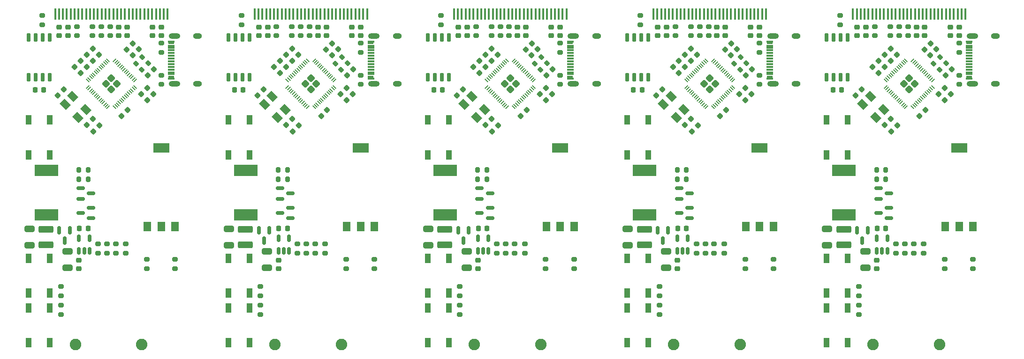
<source format=gtp>
%TF.GenerationSoftware,KiCad,Pcbnew,8.99.0-3110-g1838b2656d*%
%TF.CreationDate,2025-01-19T16:03:57+01:00*%
%TF.ProjectId,panel_1x5,70616e65-6c5f-4317-9835-2e6b69636164,1.2*%
%TF.SameCoordinates,PX2faf080PY29f6300*%
%TF.FileFunction,Paste,Top*%
%TF.FilePolarity,Positive*%
%FSLAX46Y46*%
G04 Gerber Fmt 4.6, Leading zero omitted, Abs format (unit mm)*
G04 Created by KiCad (PCBNEW 8.99.0-3110-g1838b2656d) date 2025-01-19 16:03:57*
%MOMM*%
%LPD*%
G01*
G04 APERTURE LIST*
G04 Aperture macros list*
%AMRoundRect*
0 Rectangle with rounded corners*
0 $1 Rounding radius*
0 $2 $3 $4 $5 $6 $7 $8 $9 X,Y pos of 4 corners*
0 Add a 4 corners polygon primitive as box body*
4,1,4,$2,$3,$4,$5,$6,$7,$8,$9,$2,$3,0*
0 Add four circle primitives for the rounded corners*
1,1,$1+$1,$2,$3*
1,1,$1+$1,$4,$5*
1,1,$1+$1,$6,$7*
1,1,$1+$1,$8,$9*
0 Add four rect primitives between the rounded corners*
20,1,$1+$1,$2,$3,$4,$5,0*
20,1,$1+$1,$4,$5,$6,$7,0*
20,1,$1+$1,$6,$7,$8,$9,0*
20,1,$1+$1,$8,$9,$2,$3,0*%
%AMHorizOval*
0 Thick line with rounded ends*
0 $1 width*
0 $2 $3 position (X,Y) of the first rounded end (center of the circle)*
0 $4 $5 position (X,Y) of the second rounded end (center of the circle)*
0 Add line between two ends*
20,1,$1,$2,$3,$4,$5,0*
0 Add two circle primitives to create the rounded ends*
1,1,$1,$2,$3*
1,1,$1,$4,$5*%
%AMRotRect*
0 Rectangle, with rotation*
0 The origin of the aperture is its center*
0 $1 length*
0 $2 width*
0 $3 Rotation angle, in degrees counterclockwise*
0 Add horizontal line*
21,1,$1,$2,0,0,$3*%
G04 Aperture macros list end*
%ADD10RotRect,1.600000X1.300000X135.000000*%
%ADD11RoundRect,0.225000X0.335876X0.017678X0.017678X0.335876X-0.335876X-0.017678X-0.017678X-0.335876X0*%
%ADD12RoundRect,0.225000X-0.250000X0.225000X-0.250000X-0.225000X0.250000X-0.225000X0.250000X0.225000X0*%
%ADD13RoundRect,0.200000X-0.275000X0.200000X-0.275000X-0.200000X0.275000X-0.200000X0.275000X0.200000X0*%
%ADD14RoundRect,0.225000X-0.335876X-0.017678X-0.017678X-0.335876X0.335876X0.017678X0.017678X0.335876X0*%
%ADD15RoundRect,0.150000X0.150000X-0.512500X0.150000X0.512500X-0.150000X0.512500X-0.150000X-0.512500X0*%
%ADD16R,1.000000X1.700000*%
%ADD17RoundRect,0.200000X0.275000X-0.200000X0.275000X0.200000X-0.275000X0.200000X-0.275000X-0.200000X0*%
%ADD18R,0.320000X2.032000*%
%ADD19RoundRect,0.225000X0.017678X-0.335876X0.335876X-0.017678X-0.017678X0.335876X-0.335876X0.017678X0*%
%ADD20RoundRect,0.225000X-0.225000X-0.250000X0.225000X-0.250000X0.225000X0.250000X-0.225000X0.250000X0*%
%ADD21RoundRect,0.150000X-0.150000X0.587500X-0.150000X-0.587500X0.150000X-0.587500X0.150000X0.587500X0*%
%ADD22R,1.150000X0.300000*%
%ADD23R,1.100000X0.300000*%
%ADD24O,2.100000X1.000000*%
%ADD25O,1.600000X1.000000*%
%ADD26RoundRect,0.200000X-0.200000X-0.275000X0.200000X-0.275000X0.200000X0.275000X-0.200000X0.275000X0*%
%ADD27RoundRect,0.225000X0.250000X-0.225000X0.250000X0.225000X-0.250000X0.225000X-0.250000X-0.225000X0*%
%ADD28R,4.200000X2.000000*%
%ADD29RoundRect,0.150000X-0.587500X-0.150000X0.587500X-0.150000X0.587500X0.150000X-0.587500X0.150000X0*%
%ADD30RoundRect,0.150000X0.587500X0.150000X-0.587500X0.150000X-0.587500X-0.150000X0.587500X-0.150000X0*%
%ADD31RoundRect,0.200000X-0.053033X0.335876X-0.335876X0.053033X0.053033X-0.335876X0.335876X-0.053033X0*%
%ADD32RoundRect,0.250000X-0.650000X0.325000X-0.650000X-0.325000X0.650000X-0.325000X0.650000X0.325000X0*%
%ADD33R,1.400000X1.800000*%
%ADD34R,3.000000X1.800000*%
%ADD35RoundRect,0.250000X1.075000X-0.375000X1.075000X0.375000X-1.075000X0.375000X-1.075000X-0.375000X0*%
%ADD36RoundRect,0.250000X0.650000X-0.325000X0.650000X0.325000X-0.650000X0.325000X-0.650000X-0.325000X0*%
%ADD37RoundRect,0.225000X-0.017678X0.335876X-0.335876X0.017678X0.017678X-0.335876X0.335876X-0.017678X0*%
%ADD38RoundRect,0.150000X-0.150000X0.650000X-0.150000X-0.650000X0.150000X-0.650000X0.150000X0.650000X0*%
%ADD39RoundRect,0.250000X-0.445477X0.000000X0.000000X-0.445477X0.445477X0.000000X0.000000X0.445477X0*%
%ADD40HorizOval,0.200000X-0.238649X0.238649X0.238649X-0.238649X0*%
%ADD41HorizOval,0.200000X-0.238649X-0.238649X0.238649X0.238649X0*%
%ADD42C,2.082800*%
%ADD43RoundRect,0.225000X0.225000X0.250000X-0.225000X0.250000X-0.225000X-0.250000X0.225000X-0.250000X0*%
%ADD44RoundRect,0.200000X0.200000X0.275000X-0.200000X0.275000X-0.200000X-0.275000X0.200000X-0.275000X0*%
G04 APERTURE END LIST*
D10*
%TO.C,Y1*%
X120373833Y-28959619D03*
X118040381Y-26626167D03*
X116626167Y-28040381D03*
X118959619Y-30373833D03*
%TD*%
D11*
%TO.C,C23*%
X12548008Y-21248008D03*
X11451992Y-20151992D03*
%TD*%
D12*
%TO.C,C7*%
X83150000Y-56224999D03*
X83150000Y-57775001D03*
%TD*%
D13*
%TO.C,R19*%
X136500000Y-56075000D03*
X136500000Y-57725000D03*
%TD*%
D14*
%TO.C,C11*%
X95451992Y-25051992D03*
X96548008Y-26148008D03*
%TD*%
D15*
%TO.C,U1*%
X83150000Y-54537500D03*
X84100000Y-54537500D03*
X85050000Y-54537500D03*
X85050000Y-52262500D03*
X83150000Y-52262500D03*
%TD*%
D13*
%TO.C,R3*%
X160200000Y-53275000D03*
X160200000Y-54925000D03*
%TD*%
D16*
%TO.C,SW1*%
X74100000Y-37150000D03*
X74100000Y-30850000D03*
X77900000Y-37150000D03*
X77900000Y-30850000D03*
%TD*%
D17*
%TO.C,R11*%
X134000000Y-24425000D03*
X134000000Y-22775000D03*
%TD*%
D18*
%TO.C,OLEDM1*%
X135150000Y-11700000D03*
X134450000Y-11700000D03*
X133750000Y-11700000D03*
X133050000Y-11700000D03*
X132350000Y-11700000D03*
X131650002Y-11700001D03*
X130949999Y-11700001D03*
X130249998Y-11699998D03*
X129550002Y-11700002D03*
X128849998Y-11700000D03*
X128149998Y-11700001D03*
X127450001Y-11700000D03*
X126749998Y-11700000D03*
X126050000Y-11699998D03*
X125350000Y-11699999D03*
X124649998Y-11700000D03*
X123950000Y-11699998D03*
X123250001Y-11699999D03*
X122550000Y-11700002D03*
X121849999Y-11699998D03*
X121150002Y-11699999D03*
X120449998Y-11700002D03*
X119750001Y-11700001D03*
X119050001Y-11699998D03*
X118350000Y-11700002D03*
X117650000Y-11700002D03*
X116949998Y-11700000D03*
X116250000Y-11700000D03*
X115550000Y-11700000D03*
X114850002Y-11700001D03*
%TD*%
D19*
%TO.C,C20*%
X59551992Y-22748008D03*
X60648008Y-21651992D03*
%TD*%
D13*
%TO.C,R3*%
X88200000Y-53275000D03*
X88200000Y-54925000D03*
%TD*%
D11*
%TO.C,C24*%
X158748008Y-19048008D03*
X157651992Y-17951992D03*
%TD*%
D13*
%TO.C,R8*%
X118800000Y-13975000D03*
X118800000Y-15625000D03*
%TD*%
D11*
%TO.C,C23*%
X120548008Y-21248008D03*
X119451992Y-20151992D03*
%TD*%
D17*
%TO.C,R7*%
X159200000Y-15625000D03*
X159200000Y-13975000D03*
%TD*%
D20*
%TO.C,C9*%
X155224999Y-50500000D03*
X156775001Y-50500000D03*
%TD*%
D21*
%TO.C,U2*%
X9505000Y-50802500D03*
X7605001Y-50802499D03*
X8555000Y-52677500D03*
%TD*%
D17*
%TO.C,R2*%
X86600000Y-54925000D03*
X86600000Y-53275000D03*
%TD*%
D11*
%TO.C,C23*%
X48548008Y-21248008D03*
X47451992Y-20151992D03*
%TD*%
D19*
%TO.C,C20*%
X131551992Y-22748008D03*
X132648008Y-21651992D03*
%TD*%
D14*
%TO.C,C11*%
X23451992Y-25051992D03*
X24548008Y-26148008D03*
%TD*%
D13*
%TO.C,R4*%
X161800000Y-53275000D03*
X161800000Y-54925000D03*
%TD*%
D17*
%TO.C,R7*%
X87200000Y-15625000D03*
X87200000Y-13975000D03*
%TD*%
D22*
%TO.C,J3*%
X63830000Y-23349999D03*
X63830000Y-22550000D03*
X63830000Y-21250001D03*
X63830000Y-20249999D03*
X63830000Y-19749999D03*
X63829999Y-18750000D03*
X63830000Y-17450000D03*
X63830000Y-16649999D03*
D23*
X63805000Y-16950000D03*
D22*
X63829999Y-17749999D03*
X63830000Y-18250000D03*
X63830001Y-19250000D03*
X63830000Y-20750000D03*
X63830001Y-21749999D03*
X63830001Y-22250001D03*
D23*
X63805000Y-23050001D03*
D24*
X64395000Y-24320002D03*
D25*
X68575000Y-24320001D03*
D24*
X64394998Y-15680000D03*
D25*
X68575000Y-15680000D03*
%TD*%
D19*
%TO.C,C18*%
X128825000Y-19175000D03*
X129921016Y-18078984D03*
%TD*%
D20*
%TO.C,C9*%
X11224999Y-50500000D03*
X12775001Y-50500000D03*
%TD*%
D11*
%TO.C,C23*%
X84548008Y-21248008D03*
X83451992Y-20151992D03*
%TD*%
D26*
%TO.C,R10*%
X119125000Y-41550000D03*
X120775000Y-41550000D03*
%TD*%
D11*
%TO.C,C17*%
X155448008Y-22348008D03*
X154351992Y-21251992D03*
%TD*%
D13*
%TO.C,R19*%
X28500000Y-56075000D03*
X28500000Y-57725000D03*
%TD*%
D26*
%TO.C,R10*%
X155125000Y-41550000D03*
X156775000Y-41550000D03*
%TD*%
D10*
%TO.C,Y1*%
X48373833Y-28959619D03*
X46040381Y-26626167D03*
X44626167Y-28040381D03*
X46959619Y-30373833D03*
%TD*%
D11*
%TO.C,C16*%
X85648008Y-20148008D03*
X84551992Y-19051992D03*
%TD*%
D15*
%TO.C,U1*%
X11150000Y-54537500D03*
X12100000Y-54537500D03*
X13050000Y-54537500D03*
X13050000Y-52262500D03*
X11150000Y-52262500D03*
%TD*%
D27*
%TO.C,C1*%
X134000000Y-15575001D03*
X134000000Y-14024999D03*
%TD*%
%TO.C,C1*%
X26000000Y-15575001D03*
X26000000Y-14024999D03*
%TD*%
D17*
%TO.C,R16*%
X43900000Y-66025000D03*
X43900000Y-64375000D03*
%TD*%
D18*
%TO.C,OLEDM1*%
X63150000Y-11700000D03*
X62450000Y-11700000D03*
X61750000Y-11700000D03*
X61050000Y-11700000D03*
X60350000Y-11700000D03*
X59650002Y-11700001D03*
X58949999Y-11700001D03*
X58249998Y-11699998D03*
X57550002Y-11700002D03*
X56849998Y-11700000D03*
X56149998Y-11700001D03*
X55450001Y-11700000D03*
X54749998Y-11700000D03*
X54050000Y-11699998D03*
X53350000Y-11699999D03*
X52649998Y-11700000D03*
X51950000Y-11699998D03*
X51250001Y-11699999D03*
X50550000Y-11700002D03*
X49849999Y-11699998D03*
X49150002Y-11699999D03*
X48449998Y-11700002D03*
X47750001Y-11700001D03*
X47050001Y-11699998D03*
X46350000Y-11700002D03*
X45650000Y-11700002D03*
X44949998Y-11700000D03*
X44250000Y-11700000D03*
X43550000Y-11700000D03*
X42850002Y-11700001D03*
%TD*%
D12*
%TO.C,C4*%
X43600000Y-14024999D03*
X43600000Y-15575001D03*
%TD*%
%TO.C,C6*%
X153200000Y-14024999D03*
X153200000Y-15575001D03*
%TD*%
D11*
%TO.C,C16*%
X49648008Y-20148008D03*
X48551992Y-19051992D03*
%TD*%
%TO.C,C16*%
X13648008Y-20148008D03*
X12551992Y-19051992D03*
%TD*%
D28*
%TO.C,LS1*%
X113250000Y-48000000D03*
X113250000Y-40000000D03*
%TD*%
D17*
%TO.C,R2*%
X14600000Y-54925000D03*
X14600000Y-53275000D03*
%TD*%
D29*
%TO.C,Q2*%
X11462499Y-43200004D03*
X11462499Y-45100002D03*
X13337500Y-44150003D03*
%TD*%
D20*
%TO.C,C9*%
X47224999Y-50500000D03*
X48775001Y-50500000D03*
%TD*%
D17*
%TO.C,R6*%
X49600000Y-15625000D03*
X49600000Y-13975000D03*
%TD*%
D19*
%TO.C,C22*%
X12551992Y-31748008D03*
X13648008Y-30651992D03*
%TD*%
%TO.C,C20*%
X167551992Y-22748008D03*
X168648008Y-21651992D03*
%TD*%
D30*
%TO.C,Q1*%
X49337502Y-48599997D03*
X49337501Y-46700001D03*
X47462500Y-47650000D03*
%TD*%
D31*
%TO.C,R15*%
X130583363Y-19516637D03*
X129416637Y-20683363D03*
%TD*%
D32*
%TO.C,C10*%
X45100000Y-54625000D03*
X45100000Y-57575000D03*
%TD*%
D15*
%TO.C,U1*%
X155150000Y-54537500D03*
X156100000Y-54537500D03*
X157050000Y-54537500D03*
X157050000Y-52262500D03*
X155150000Y-52262500D03*
%TD*%
D17*
%TO.C,R11*%
X26000000Y-24425000D03*
X26000000Y-22775000D03*
%TD*%
%TO.C,R11*%
X98000000Y-24425000D03*
X98000000Y-22775000D03*
%TD*%
D33*
%TO.C,SW2*%
X23500000Y-50100000D03*
X28500000Y-50100000D03*
D34*
X26000000Y-35900000D03*
D33*
X26000000Y-50100000D03*
%TD*%
D13*
%TO.C,R12*%
X98000000Y-16975000D03*
X98000000Y-18625000D03*
%TD*%
D31*
%TO.C,R14*%
X59633363Y-20566637D03*
X58466637Y-21733363D03*
%TD*%
D14*
%TO.C,C11*%
X59451992Y-25051992D03*
X60548008Y-26148008D03*
%TD*%
%TO.C,C12*%
X58351992Y-26151992D03*
X59448008Y-27248008D03*
%TD*%
D30*
%TO.C,Q1*%
X157337502Y-48599997D03*
X157337501Y-46700001D03*
X155462500Y-47650000D03*
%TD*%
D17*
%TO.C,R16*%
X79900000Y-66025000D03*
X79900000Y-64375000D03*
%TD*%
D10*
%TO.C,Y1*%
X84373833Y-28959619D03*
X82040381Y-26626167D03*
X80626167Y-28040381D03*
X82959619Y-30373833D03*
%TD*%
D17*
%TO.C,R13*%
X79900000Y-62625000D03*
X79900000Y-60975000D03*
%TD*%
D12*
%TO.C,C7*%
X47150000Y-56224999D03*
X47150000Y-57775001D03*
%TD*%
D35*
%TO.C,L1*%
X77200000Y-53400000D03*
X77200000Y-50600000D03*
%TD*%
D27*
%TO.C,C1*%
X62000000Y-15575001D03*
X62000000Y-14024999D03*
%TD*%
D12*
%TO.C,C4*%
X151600000Y-14024999D03*
X151600000Y-15575001D03*
%TD*%
D36*
%TO.C,C8*%
X146200000Y-53475000D03*
X146200000Y-50525000D03*
%TD*%
D20*
%TO.C,C9*%
X83224999Y-50500000D03*
X84775001Y-50500000D03*
%TD*%
D11*
%TO.C,C24*%
X50748008Y-19048008D03*
X49651992Y-17951992D03*
%TD*%
D17*
%TO.C,R6*%
X121600000Y-15625000D03*
X121600000Y-13975000D03*
%TD*%
D37*
%TO.C,C14*%
X55948008Y-29051992D03*
X54851992Y-30148008D03*
%TD*%
%TO.C,C15*%
X86848008Y-31851992D03*
X85751992Y-32948008D03*
%TD*%
D21*
%TO.C,U2*%
X153505000Y-50802500D03*
X151605001Y-50802499D03*
X152555000Y-52677500D03*
%TD*%
D19*
%TO.C,C19*%
X19775000Y-18125000D03*
X20871016Y-17028984D03*
%TD*%
D30*
%TO.C,Q1*%
X13337502Y-48599997D03*
X13337501Y-46700001D03*
X11462500Y-47650000D03*
%TD*%
D38*
%TO.C,U3*%
X113905000Y-15900003D03*
X112635000Y-15900000D03*
X111365000Y-15900000D03*
X110095001Y-15899999D03*
X110095000Y-23099997D03*
X111365000Y-23100000D03*
X112635000Y-23100000D03*
X113904999Y-23100001D03*
%TD*%
D16*
%TO.C,SW3*%
X146100000Y-71150000D03*
X146100000Y-64850000D03*
X149900000Y-71150000D03*
X149900000Y-64850000D03*
%TD*%
D10*
%TO.C,Y1*%
X156373833Y-28959619D03*
X154040381Y-26626167D03*
X152626167Y-28040381D03*
X154959619Y-30373833D03*
%TD*%
D17*
%TO.C,R13*%
X43900000Y-62625000D03*
X43900000Y-60975000D03*
%TD*%
D29*
%TO.C,Q2*%
X119462499Y-43200004D03*
X119462499Y-45100002D03*
X121337500Y-44150003D03*
%TD*%
D16*
%TO.C,SW1*%
X110100000Y-37150000D03*
X110100000Y-30850000D03*
X113900000Y-37150000D03*
X113900000Y-30850000D03*
%TD*%
D11*
%TO.C,C16*%
X121648008Y-20148008D03*
X120551992Y-19051992D03*
%TD*%
%TO.C,C17*%
X47448008Y-22348008D03*
X46351992Y-21251992D03*
%TD*%
D14*
%TO.C,C12*%
X22351992Y-26151992D03*
X23448008Y-27248008D03*
%TD*%
D11*
%TO.C,C17*%
X119448008Y-22348008D03*
X118351992Y-21251992D03*
%TD*%
D19*
%TO.C,C18*%
X164825000Y-19175000D03*
X165921016Y-18078984D03*
%TD*%
D39*
%TO.C,U4*%
X89000000Y-23310051D03*
X88010051Y-24300000D03*
X89989949Y-24300000D03*
X89000000Y-25289949D03*
D40*
X88407797Y-20030841D03*
X88124956Y-20313685D03*
X87842112Y-20596528D03*
X87559270Y-20879371D03*
X87276427Y-21162214D03*
X86993584Y-21445056D03*
X86710743Y-21727898D03*
X86427900Y-22010743D03*
X86145055Y-22293583D03*
X85862214Y-22576427D03*
X85579371Y-22859269D03*
X85296529Y-23142111D03*
X85013683Y-23424956D03*
X84730840Y-23707797D03*
D41*
X84730841Y-24892203D03*
X85013685Y-25175044D03*
X85296528Y-25457888D03*
X85579371Y-25740730D03*
X85862214Y-26023573D03*
X86145056Y-26306416D03*
X86427898Y-26589257D03*
X86710743Y-26872100D03*
X86993583Y-27154945D03*
X87276427Y-27437786D03*
X87559269Y-27720629D03*
X87842111Y-28003471D03*
X88124956Y-28286317D03*
X88407797Y-28569160D03*
D40*
X89592203Y-28569159D03*
X89875044Y-28286315D03*
X90157888Y-28003472D03*
X90440730Y-27720629D03*
X90723573Y-27437786D03*
X91006416Y-27154944D03*
X91289257Y-26872102D03*
X91572100Y-26589257D03*
X91854945Y-26306417D03*
X92137786Y-26023573D03*
X92420629Y-25740731D03*
X92703471Y-25457889D03*
X92986317Y-25175044D03*
X93269160Y-24892203D03*
D41*
X93269159Y-23707797D03*
X92986315Y-23424956D03*
X92703472Y-23142112D03*
X92420629Y-22859270D03*
X92137786Y-22576427D03*
X91854944Y-22293584D03*
X91572102Y-22010743D03*
X91289257Y-21727900D03*
X91006417Y-21445055D03*
X90723573Y-21162214D03*
X90440731Y-20879371D03*
X90157889Y-20596529D03*
X89875044Y-20313683D03*
X89592203Y-20030840D03*
%TD*%
D13*
%TO.C,R17*%
X4500000Y-11975000D03*
X4500000Y-13625000D03*
%TD*%
%TO.C,R12*%
X26000000Y-16975000D03*
X26000000Y-18625000D03*
%TD*%
%TO.C,R8*%
X10800000Y-13975000D03*
X10800000Y-15625000D03*
%TD*%
D19*
%TO.C,C20*%
X23551992Y-22748008D03*
X24648008Y-21651992D03*
%TD*%
D13*
%TO.C,R3*%
X124200000Y-53275000D03*
X124200000Y-54925000D03*
%TD*%
D27*
%TO.C,C3*%
X19800000Y-15575001D03*
X19800000Y-14024999D03*
%TD*%
D29*
%TO.C,Q2*%
X155462499Y-43200004D03*
X155462499Y-45100002D03*
X157337500Y-44150003D03*
%TD*%
D17*
%TO.C,R1*%
X127600000Y-54925000D03*
X127600000Y-53275000D03*
%TD*%
%TO.C,R7*%
X51200000Y-15625000D03*
X51200000Y-13975000D03*
%TD*%
D42*
%TO.C,J2*%
X154500000Y-71500000D03*
%TD*%
D19*
%TO.C,C18*%
X20825000Y-19175000D03*
X21921016Y-18078984D03*
%TD*%
D17*
%TO.C,R13*%
X115900000Y-62625000D03*
X115900000Y-60975000D03*
%TD*%
D37*
%TO.C,C14*%
X163948008Y-29051992D03*
X162851992Y-30148008D03*
%TD*%
D42*
%TO.C,J2*%
X82500000Y-71500000D03*
%TD*%
D37*
%TO.C,C15*%
X50848008Y-31851992D03*
X49751992Y-32948008D03*
%TD*%
D27*
%TO.C,C2*%
X168400000Y-15575001D03*
X168400000Y-14024999D03*
%TD*%
D37*
%TO.C,C14*%
X127948008Y-29051992D03*
X126851992Y-30148008D03*
%TD*%
D17*
%TO.C,R13*%
X7900000Y-62625000D03*
X7900000Y-60975000D03*
%TD*%
%TO.C,R5*%
X16800000Y-15625000D03*
X16800000Y-13975000D03*
%TD*%
D19*
%TO.C,C19*%
X91775000Y-18125000D03*
X92871016Y-17028984D03*
%TD*%
D14*
%TO.C,C12*%
X130351992Y-26151992D03*
X131448008Y-27248008D03*
%TD*%
D18*
%TO.C,OLEDM1*%
X27150000Y-11700000D03*
X26450000Y-11700000D03*
X25750000Y-11700000D03*
X25050000Y-11700000D03*
X24350000Y-11700000D03*
X23650002Y-11700001D03*
X22949999Y-11700001D03*
X22249998Y-11699998D03*
X21550002Y-11700002D03*
X20849998Y-11700000D03*
X20149998Y-11700001D03*
X19450001Y-11700000D03*
X18749998Y-11700000D03*
X18050000Y-11699998D03*
X17350000Y-11699999D03*
X16649998Y-11700000D03*
X15950000Y-11699998D03*
X15250001Y-11699999D03*
X14550000Y-11700002D03*
X13849999Y-11699998D03*
X13150002Y-11699999D03*
X12449998Y-11700002D03*
X11750001Y-11700001D03*
X11050001Y-11699998D03*
X10350000Y-11700002D03*
X9650000Y-11700002D03*
X8949998Y-11700000D03*
X8250000Y-11700000D03*
X7550000Y-11700000D03*
X6850002Y-11700001D03*
%TD*%
D15*
%TO.C,U1*%
X47150000Y-54537500D03*
X48100000Y-54537500D03*
X49050000Y-54537500D03*
X49050000Y-52262500D03*
X47150000Y-52262500D03*
%TD*%
D42*
%TO.C,J2*%
X46500000Y-71500000D03*
%TD*%
D13*
%TO.C,R18*%
X167400000Y-56075000D03*
X167400000Y-57725000D03*
%TD*%
D27*
%TO.C,C2*%
X24400000Y-15575001D03*
X24400000Y-14024999D03*
%TD*%
D17*
%TO.C,R1*%
X163600000Y-54925000D03*
X163600000Y-53275000D03*
%TD*%
D31*
%TO.C,R14*%
X167633363Y-20566637D03*
X166466637Y-21733363D03*
%TD*%
D30*
%TO.C,Q1*%
X85337502Y-48599997D03*
X85337501Y-46700001D03*
X83462500Y-47650000D03*
%TD*%
D13*
%TO.C,R19*%
X172500000Y-56075000D03*
X172500000Y-57725000D03*
%TD*%
D12*
%TO.C,C6*%
X117200000Y-14024999D03*
X117200000Y-15575001D03*
%TD*%
D43*
%TO.C,C13*%
X76775001Y-25400000D03*
X75224999Y-25400000D03*
%TD*%
D16*
%TO.C,SW4*%
X38100000Y-62150000D03*
X38100000Y-55850000D03*
X41900000Y-62150000D03*
X41900000Y-55850000D03*
%TD*%
D31*
%TO.C,R15*%
X22583363Y-19516637D03*
X21416637Y-20683363D03*
%TD*%
D17*
%TO.C,R11*%
X62000000Y-24425000D03*
X62000000Y-22775000D03*
%TD*%
D39*
%TO.C,U4*%
X53000000Y-23310051D03*
X52010051Y-24300000D03*
X53989949Y-24300000D03*
X53000000Y-25289949D03*
D40*
X52407797Y-20030841D03*
X52124956Y-20313685D03*
X51842112Y-20596528D03*
X51559270Y-20879371D03*
X51276427Y-21162214D03*
X50993584Y-21445056D03*
X50710743Y-21727898D03*
X50427900Y-22010743D03*
X50145055Y-22293583D03*
X49862214Y-22576427D03*
X49579371Y-22859269D03*
X49296529Y-23142111D03*
X49013683Y-23424956D03*
X48730840Y-23707797D03*
D41*
X48730841Y-24892203D03*
X49013685Y-25175044D03*
X49296528Y-25457888D03*
X49579371Y-25740730D03*
X49862214Y-26023573D03*
X50145056Y-26306416D03*
X50427898Y-26589257D03*
X50710743Y-26872100D03*
X50993583Y-27154945D03*
X51276427Y-27437786D03*
X51559269Y-27720629D03*
X51842111Y-28003471D03*
X52124956Y-28286317D03*
X52407797Y-28569160D03*
D40*
X53592203Y-28569159D03*
X53875044Y-28286315D03*
X54157888Y-28003472D03*
X54440730Y-27720629D03*
X54723573Y-27437786D03*
X55006416Y-27154944D03*
X55289257Y-26872102D03*
X55572100Y-26589257D03*
X55854945Y-26306417D03*
X56137786Y-26023573D03*
X56420629Y-25740731D03*
X56703471Y-25457889D03*
X56986317Y-25175044D03*
X57269160Y-24892203D03*
D41*
X57269159Y-23707797D03*
X56986315Y-23424956D03*
X56703472Y-23142112D03*
X56420629Y-22859270D03*
X56137786Y-22576427D03*
X55854944Y-22293584D03*
X55572102Y-22010743D03*
X55289257Y-21727900D03*
X55006417Y-21445055D03*
X54723573Y-21162214D03*
X54440731Y-20879371D03*
X54157889Y-20596529D03*
X53875044Y-20313683D03*
X53592203Y-20030840D03*
%TD*%
D17*
%TO.C,R16*%
X151900000Y-66025000D03*
X151900000Y-64375000D03*
%TD*%
D16*
%TO.C,SW4*%
X2100000Y-62150000D03*
X2100000Y-55850000D03*
X5900000Y-62150000D03*
X5900000Y-55850000D03*
%TD*%
%TO.C,SW3*%
X110100000Y-71150000D03*
X110100000Y-64850000D03*
X113900000Y-71150000D03*
X113900000Y-64850000D03*
%TD*%
D39*
%TO.C,U4*%
X125000000Y-23310051D03*
X124010051Y-24300000D03*
X125989949Y-24300000D03*
X125000000Y-25289949D03*
D40*
X124407797Y-20030841D03*
X124124956Y-20313685D03*
X123842112Y-20596528D03*
X123559270Y-20879371D03*
X123276427Y-21162214D03*
X122993584Y-21445056D03*
X122710743Y-21727898D03*
X122427900Y-22010743D03*
X122145055Y-22293583D03*
X121862214Y-22576427D03*
X121579371Y-22859269D03*
X121296529Y-23142111D03*
X121013683Y-23424956D03*
X120730840Y-23707797D03*
D41*
X120730841Y-24892203D03*
X121013685Y-25175044D03*
X121296528Y-25457888D03*
X121579371Y-25740730D03*
X121862214Y-26023573D03*
X122145056Y-26306416D03*
X122427898Y-26589257D03*
X122710743Y-26872100D03*
X122993583Y-27154945D03*
X123276427Y-27437786D03*
X123559269Y-27720629D03*
X123842111Y-28003471D03*
X124124956Y-28286317D03*
X124407797Y-28569160D03*
D40*
X125592203Y-28569159D03*
X125875044Y-28286315D03*
X126157888Y-28003472D03*
X126440730Y-27720629D03*
X126723573Y-27437786D03*
X127006416Y-27154944D03*
X127289257Y-26872102D03*
X127572100Y-26589257D03*
X127854945Y-26306417D03*
X128137786Y-26023573D03*
X128420629Y-25740731D03*
X128703471Y-25457889D03*
X128986317Y-25175044D03*
X129269160Y-24892203D03*
D41*
X129269159Y-23707797D03*
X128986315Y-23424956D03*
X128703472Y-23142112D03*
X128420629Y-22859270D03*
X128137786Y-22576427D03*
X127854944Y-22293584D03*
X127572102Y-22010743D03*
X127289257Y-21727900D03*
X127006417Y-21445055D03*
X126723573Y-21162214D03*
X126440731Y-20879371D03*
X126157889Y-20596529D03*
X125875044Y-20313683D03*
X125592203Y-20030840D03*
%TD*%
D22*
%TO.C,J3*%
X135830000Y-23349999D03*
X135830000Y-22550000D03*
X135830000Y-21250001D03*
X135830000Y-20249999D03*
X135830000Y-19749999D03*
X135829999Y-18750000D03*
X135830000Y-17450000D03*
X135830000Y-16649999D03*
D23*
X135805000Y-16950000D03*
D22*
X135829999Y-17749999D03*
X135830000Y-18250000D03*
X135830001Y-19250000D03*
X135830000Y-20750000D03*
X135830001Y-21749999D03*
X135830001Y-22250001D03*
D23*
X135805000Y-23050001D03*
D24*
X136395000Y-24320002D03*
D25*
X140575000Y-24320001D03*
D24*
X136394998Y-15680000D03*
D25*
X140575000Y-15680000D03*
%TD*%
D13*
%TO.C,R8*%
X82800000Y-13975000D03*
X82800000Y-15625000D03*
%TD*%
D19*
%TO.C,C18*%
X92825000Y-19175000D03*
X93921016Y-18078984D03*
%TD*%
D36*
%TO.C,C8*%
X2200000Y-53475000D03*
X2200000Y-50525000D03*
%TD*%
D26*
%TO.C,R10*%
X83125000Y-41550000D03*
X84775000Y-41550000D03*
%TD*%
D32*
%TO.C,C10*%
X153100000Y-54625000D03*
X153100000Y-57575000D03*
%TD*%
D22*
%TO.C,J3*%
X27830000Y-23349999D03*
X27830000Y-22550000D03*
X27830000Y-21250001D03*
X27830000Y-20249999D03*
X27830000Y-19749999D03*
X27829999Y-18750000D03*
X27830000Y-17450000D03*
X27830000Y-16649999D03*
D23*
X27805000Y-16950000D03*
D22*
X27829999Y-17749999D03*
X27830000Y-18250000D03*
X27830001Y-19250000D03*
X27830000Y-20750000D03*
X27830001Y-21749999D03*
X27830001Y-22250001D03*
D23*
X27805000Y-23050001D03*
D24*
X28395000Y-24320002D03*
D25*
X32575000Y-24320001D03*
D24*
X28394998Y-15680000D03*
D25*
X32575000Y-15680000D03*
%TD*%
D17*
%TO.C,R5*%
X124800000Y-15625000D03*
X124800000Y-13975000D03*
%TD*%
D36*
%TO.C,C8*%
X38200000Y-53475000D03*
X38200000Y-50525000D03*
%TD*%
D11*
%TO.C,C23*%
X156548008Y-21248008D03*
X155451992Y-20151992D03*
%TD*%
D14*
%TO.C,C11*%
X167451992Y-25051992D03*
X168548008Y-26148008D03*
%TD*%
D13*
%TO.C,R17*%
X148500000Y-11975000D03*
X148500000Y-13625000D03*
%TD*%
D37*
%TO.C,C14*%
X19948008Y-29051992D03*
X18851992Y-30148008D03*
%TD*%
D33*
%TO.C,SW2*%
X95500000Y-50100000D03*
X100500000Y-50100000D03*
D34*
X98000000Y-35900000D03*
D33*
X98000000Y-50100000D03*
%TD*%
D22*
%TO.C,J3*%
X171830000Y-23349999D03*
X171830000Y-22550000D03*
X171830000Y-21250001D03*
X171830000Y-20249999D03*
X171830000Y-19749999D03*
X171829999Y-18750000D03*
X171830000Y-17450000D03*
X171830000Y-16649999D03*
D23*
X171805000Y-16950000D03*
D22*
X171829999Y-17749999D03*
X171830000Y-18250000D03*
X171830001Y-19250000D03*
X171830000Y-20750000D03*
X171830001Y-21749999D03*
X171830001Y-22250001D03*
D23*
X171805000Y-23050001D03*
D24*
X172395000Y-24320002D03*
D25*
X176575000Y-24320001D03*
D24*
X172394998Y-15680000D03*
D25*
X176575000Y-15680000D03*
%TD*%
D17*
%TO.C,R6*%
X85600000Y-15625000D03*
X85600000Y-13975000D03*
%TD*%
D44*
%TO.C,R9*%
X12775000Y-39900000D03*
X11125000Y-39900000D03*
%TD*%
D42*
%TO.C,J1*%
X130500000Y-71500000D03*
%TD*%
D13*
%TO.C,R18*%
X131400000Y-56075000D03*
X131400000Y-57725000D03*
%TD*%
D38*
%TO.C,U3*%
X77905000Y-15900003D03*
X76635000Y-15900000D03*
X75365000Y-15900000D03*
X74095001Y-15899999D03*
X74095000Y-23099997D03*
X75365000Y-23100000D03*
X76635000Y-23100000D03*
X77904999Y-23100001D03*
%TD*%
D31*
%TO.C,R15*%
X58583363Y-19516637D03*
X57416637Y-20683363D03*
%TD*%
D13*
%TO.C,R3*%
X52200000Y-53275000D03*
X52200000Y-54925000D03*
%TD*%
D44*
%TO.C,R9*%
X120775000Y-39900000D03*
X119125000Y-39900000D03*
%TD*%
D37*
%TO.C,C15*%
X158848008Y-31851992D03*
X157751992Y-32948008D03*
%TD*%
D13*
%TO.C,R17*%
X40500000Y-11975000D03*
X40500000Y-13625000D03*
%TD*%
D35*
%TO.C,L1*%
X149200000Y-53400000D03*
X149200000Y-50600000D03*
%TD*%
D13*
%TO.C,R4*%
X53800000Y-53275000D03*
X53800000Y-54925000D03*
%TD*%
D44*
%TO.C,R9*%
X48775000Y-39900000D03*
X47125000Y-39900000D03*
%TD*%
D17*
%TO.C,R6*%
X157600000Y-15625000D03*
X157600000Y-13975000D03*
%TD*%
D39*
%TO.C,U4*%
X17000000Y-23310051D03*
X16010051Y-24300000D03*
X17989949Y-24300000D03*
X17000000Y-25289949D03*
D40*
X16407797Y-20030841D03*
X16124956Y-20313685D03*
X15842112Y-20596528D03*
X15559270Y-20879371D03*
X15276427Y-21162214D03*
X14993584Y-21445056D03*
X14710743Y-21727898D03*
X14427900Y-22010743D03*
X14145055Y-22293583D03*
X13862214Y-22576427D03*
X13579371Y-22859269D03*
X13296529Y-23142111D03*
X13013683Y-23424956D03*
X12730840Y-23707797D03*
D41*
X12730841Y-24892203D03*
X13013685Y-25175044D03*
X13296528Y-25457888D03*
X13579371Y-25740730D03*
X13862214Y-26023573D03*
X14145056Y-26306416D03*
X14427898Y-26589257D03*
X14710743Y-26872100D03*
X14993583Y-27154945D03*
X15276427Y-27437786D03*
X15559269Y-27720629D03*
X15842111Y-28003471D03*
X16124956Y-28286317D03*
X16407797Y-28569160D03*
D40*
X17592203Y-28569159D03*
X17875044Y-28286315D03*
X18157888Y-28003472D03*
X18440730Y-27720629D03*
X18723573Y-27437786D03*
X19006416Y-27154944D03*
X19289257Y-26872102D03*
X19572100Y-26589257D03*
X19854945Y-26306417D03*
X20137786Y-26023573D03*
X20420629Y-25740731D03*
X20703471Y-25457889D03*
X20986317Y-25175044D03*
X21269160Y-24892203D03*
D41*
X21269159Y-23707797D03*
X20986315Y-23424956D03*
X20703472Y-23142112D03*
X20420629Y-22859270D03*
X20137786Y-22576427D03*
X19854944Y-22293584D03*
X19572102Y-22010743D03*
X19289257Y-21727900D03*
X19006417Y-21445055D03*
X18723573Y-21162214D03*
X18440731Y-20879371D03*
X18157889Y-20596529D03*
X17875044Y-20313683D03*
X17592203Y-20030840D03*
%TD*%
D36*
%TO.C,C8*%
X74200000Y-53475000D03*
X74200000Y-50525000D03*
%TD*%
D32*
%TO.C,C10*%
X9100000Y-54625000D03*
X9100000Y-57575000D03*
%TD*%
D27*
%TO.C,C5*%
X90300000Y-15575001D03*
X90300000Y-14024999D03*
%TD*%
D35*
%TO.C,L1*%
X41200000Y-53400000D03*
X41200000Y-50600000D03*
%TD*%
D27*
%TO.C,C3*%
X55800000Y-15575001D03*
X55800000Y-14024999D03*
%TD*%
D37*
%TO.C,C21*%
X44448008Y-25351992D03*
X43351992Y-26448008D03*
%TD*%
D27*
%TO.C,C2*%
X60400000Y-15575001D03*
X60400000Y-14024999D03*
%TD*%
D13*
%TO.C,R17*%
X76500000Y-11975000D03*
X76500000Y-13625000D03*
%TD*%
D37*
%TO.C,C15*%
X14848008Y-31851992D03*
X13751992Y-32948008D03*
%TD*%
%TO.C,C21*%
X8448008Y-25351992D03*
X7351992Y-26448008D03*
%TD*%
D13*
%TO.C,R12*%
X170000000Y-16975000D03*
X170000000Y-18625000D03*
%TD*%
D43*
%TO.C,C13*%
X40775001Y-25400000D03*
X39224999Y-25400000D03*
%TD*%
D13*
%TO.C,R18*%
X59400000Y-56075000D03*
X59400000Y-57725000D03*
%TD*%
D16*
%TO.C,SW4*%
X146100000Y-62150000D03*
X146100000Y-55850000D03*
X149900000Y-62150000D03*
X149900000Y-55850000D03*
%TD*%
%TO.C,SW1*%
X2100000Y-37150000D03*
X2100000Y-30850000D03*
X5900000Y-37150000D03*
X5900000Y-30850000D03*
%TD*%
D37*
%TO.C,C21*%
X80448008Y-25351992D03*
X79351992Y-26448008D03*
%TD*%
D19*
%TO.C,C22*%
X156551992Y-31748008D03*
X157648008Y-30651992D03*
%TD*%
D38*
%TO.C,U3*%
X149905000Y-15900003D03*
X148635000Y-15900000D03*
X147365000Y-15900000D03*
X146095001Y-15899999D03*
X146095000Y-23099997D03*
X147365000Y-23100000D03*
X148635000Y-23100000D03*
X149904999Y-23100001D03*
%TD*%
D15*
%TO.C,U1*%
X119150000Y-54537500D03*
X120100000Y-54537500D03*
X121050000Y-54537500D03*
X121050000Y-52262500D03*
X119150000Y-52262500D03*
%TD*%
D18*
%TO.C,OLEDM1*%
X99150000Y-11700000D03*
X98450000Y-11700000D03*
X97750000Y-11700000D03*
X97050000Y-11700000D03*
X96350000Y-11700000D03*
X95650002Y-11700001D03*
X94949999Y-11700001D03*
X94249998Y-11699998D03*
X93550002Y-11700002D03*
X92849998Y-11700000D03*
X92149998Y-11700001D03*
X91450001Y-11700000D03*
X90749998Y-11700000D03*
X90050000Y-11699998D03*
X89350000Y-11699999D03*
X88649998Y-11700000D03*
X87950000Y-11699998D03*
X87250001Y-11699999D03*
X86550000Y-11700002D03*
X85849999Y-11699998D03*
X85150002Y-11699999D03*
X84449998Y-11700002D03*
X83750001Y-11700001D03*
X83050001Y-11699998D03*
X82350000Y-11700002D03*
X81650000Y-11700002D03*
X80949998Y-11700000D03*
X80250000Y-11700000D03*
X79550000Y-11700000D03*
X78850002Y-11700001D03*
%TD*%
D16*
%TO.C,SW4*%
X110100000Y-62150000D03*
X110100000Y-55850000D03*
X113900000Y-62150000D03*
X113900000Y-55850000D03*
%TD*%
D31*
%TO.C,R14*%
X95633363Y-20566637D03*
X94466637Y-21733363D03*
%TD*%
D33*
%TO.C,SW2*%
X59500000Y-50100000D03*
X64500000Y-50100000D03*
D34*
X62000000Y-35900000D03*
D33*
X62000000Y-50100000D03*
%TD*%
D43*
%TO.C,C13*%
X4775001Y-25400000D03*
X3224999Y-25400000D03*
%TD*%
D28*
%TO.C,LS1*%
X41250000Y-48000000D03*
X41250000Y-40000000D03*
%TD*%
D12*
%TO.C,C7*%
X11150000Y-56224999D03*
X11150000Y-57775001D03*
%TD*%
%TO.C,C4*%
X115600000Y-14024999D03*
X115600000Y-15575001D03*
%TD*%
D17*
%TO.C,R2*%
X50600000Y-54925000D03*
X50600000Y-53275000D03*
%TD*%
D13*
%TO.C,R4*%
X125800000Y-53275000D03*
X125800000Y-54925000D03*
%TD*%
D33*
%TO.C,SW2*%
X167500000Y-50100000D03*
X172500000Y-50100000D03*
D34*
X170000000Y-35900000D03*
D33*
X170000000Y-50100000D03*
%TD*%
D19*
%TO.C,C19*%
X127775000Y-18125000D03*
X128871016Y-17028984D03*
%TD*%
D14*
%TO.C,C12*%
X94351992Y-26151992D03*
X95448008Y-27248008D03*
%TD*%
D30*
%TO.C,Q1*%
X121337502Y-48599997D03*
X121337501Y-46700001D03*
X119462500Y-47650000D03*
%TD*%
D13*
%TO.C,R18*%
X95400000Y-56075000D03*
X95400000Y-57725000D03*
%TD*%
D20*
%TO.C,C9*%
X119224999Y-50500000D03*
X120775001Y-50500000D03*
%TD*%
D17*
%TO.C,R2*%
X158600000Y-54925000D03*
X158600000Y-53275000D03*
%TD*%
D11*
%TO.C,C17*%
X11448008Y-22348008D03*
X10351992Y-21251992D03*
%TD*%
D27*
%TO.C,C5*%
X126300000Y-15575001D03*
X126300000Y-14024999D03*
%TD*%
D29*
%TO.C,Q2*%
X83462499Y-43200004D03*
X83462499Y-45100002D03*
X85337500Y-44150003D03*
%TD*%
D43*
%TO.C,C13*%
X148775001Y-25400000D03*
X147224999Y-25400000D03*
%TD*%
D27*
%TO.C,C5*%
X18300000Y-15575001D03*
X18300000Y-14024999D03*
%TD*%
D19*
%TO.C,C22*%
X120551992Y-31748008D03*
X121648008Y-30651992D03*
%TD*%
D11*
%TO.C,C24*%
X86748008Y-19048008D03*
X85651992Y-17951992D03*
%TD*%
D12*
%TO.C,C4*%
X79600000Y-14024999D03*
X79600000Y-15575001D03*
%TD*%
D16*
%TO.C,SW3*%
X38100000Y-71150000D03*
X38100000Y-64850000D03*
X41900000Y-71150000D03*
X41900000Y-64850000D03*
%TD*%
D14*
%TO.C,C11*%
X131451992Y-25051992D03*
X132548008Y-26148008D03*
%TD*%
D19*
%TO.C,C18*%
X56825000Y-19175000D03*
X57921016Y-18078984D03*
%TD*%
D37*
%TO.C,C14*%
X91948008Y-29051992D03*
X90851992Y-30148008D03*
%TD*%
D22*
%TO.C,J3*%
X99830000Y-23349999D03*
X99830000Y-22550000D03*
X99830000Y-21250001D03*
X99830000Y-20249999D03*
X99830000Y-19749999D03*
X99829999Y-18750000D03*
X99830000Y-17450000D03*
X99830000Y-16649999D03*
D23*
X99805000Y-16950000D03*
D22*
X99829999Y-17749999D03*
X99830000Y-18250000D03*
X99830001Y-19250000D03*
X99830000Y-20750000D03*
X99830001Y-21749999D03*
X99830001Y-22250001D03*
D23*
X99805000Y-23050001D03*
D24*
X100395000Y-24320002D03*
D25*
X104575000Y-24320001D03*
D24*
X100394998Y-15680000D03*
D25*
X104575000Y-15680000D03*
%TD*%
D17*
%TO.C,R5*%
X52800000Y-15625000D03*
X52800000Y-13975000D03*
%TD*%
%TO.C,R16*%
X115900000Y-66025000D03*
X115900000Y-64375000D03*
%TD*%
D13*
%TO.C,R3*%
X16200000Y-53275000D03*
X16200000Y-54925000D03*
%TD*%
D26*
%TO.C,R10*%
X47125000Y-41550000D03*
X48775000Y-41550000D03*
%TD*%
D10*
%TO.C,Y1*%
X12373833Y-28959619D03*
X10040381Y-26626167D03*
X8626167Y-28040381D03*
X10959619Y-30373833D03*
%TD*%
D31*
%TO.C,R15*%
X94583363Y-19516637D03*
X93416637Y-20683363D03*
%TD*%
D19*
%TO.C,C19*%
X55775000Y-18125000D03*
X56871016Y-17028984D03*
%TD*%
D11*
%TO.C,C24*%
X14748008Y-19048008D03*
X13651992Y-17951992D03*
%TD*%
D42*
%TO.C,J1*%
X94500000Y-71500000D03*
%TD*%
D27*
%TO.C,C2*%
X96400000Y-15575001D03*
X96400000Y-14024999D03*
%TD*%
%TO.C,C5*%
X54300000Y-15575001D03*
X54300000Y-14024999D03*
%TD*%
D12*
%TO.C,C6*%
X45200000Y-14024999D03*
X45200000Y-15575001D03*
%TD*%
D19*
%TO.C,C22*%
X84551992Y-31748008D03*
X85648008Y-30651992D03*
%TD*%
D42*
%TO.C,J2*%
X118500000Y-71500000D03*
%TD*%
D36*
%TO.C,C8*%
X110200000Y-53475000D03*
X110200000Y-50525000D03*
%TD*%
D17*
%TO.C,R5*%
X88800000Y-15625000D03*
X88800000Y-13975000D03*
%TD*%
D37*
%TO.C,C15*%
X122848008Y-31851992D03*
X121751992Y-32948008D03*
%TD*%
D13*
%TO.C,R19*%
X100500000Y-56075000D03*
X100500000Y-57725000D03*
%TD*%
D35*
%TO.C,L1*%
X5200000Y-53400000D03*
X5200000Y-50600000D03*
%TD*%
D16*
%TO.C,SW3*%
X74100000Y-71150000D03*
X74100000Y-64850000D03*
X77900000Y-71150000D03*
X77900000Y-64850000D03*
%TD*%
D32*
%TO.C,C10*%
X81100000Y-54625000D03*
X81100000Y-57575000D03*
%TD*%
D17*
%TO.C,R1*%
X19600000Y-54925000D03*
X19600000Y-53275000D03*
%TD*%
D27*
%TO.C,C2*%
X132400000Y-15575001D03*
X132400000Y-14024999D03*
%TD*%
D17*
%TO.C,R1*%
X55600000Y-54925000D03*
X55600000Y-53275000D03*
%TD*%
D19*
%TO.C,C19*%
X163775000Y-18125000D03*
X164871016Y-17028984D03*
%TD*%
D16*
%TO.C,SW4*%
X74100000Y-62150000D03*
X74100000Y-55850000D03*
X77900000Y-62150000D03*
X77900000Y-55850000D03*
%TD*%
D26*
%TO.C,R10*%
X11125000Y-41550000D03*
X12775000Y-41550000D03*
%TD*%
D17*
%TO.C,R7*%
X15200000Y-15625000D03*
X15200000Y-13975000D03*
%TD*%
D27*
%TO.C,C1*%
X98000000Y-15575001D03*
X98000000Y-14024999D03*
%TD*%
D42*
%TO.C,J1*%
X22500000Y-71500000D03*
%TD*%
D17*
%TO.C,R6*%
X13600000Y-15625000D03*
X13600000Y-13975000D03*
%TD*%
D11*
%TO.C,C17*%
X83448008Y-22348008D03*
X82351992Y-21251992D03*
%TD*%
D33*
%TO.C,SW2*%
X131500000Y-50100000D03*
X136500000Y-50100000D03*
D34*
X134000000Y-35900000D03*
D33*
X134000000Y-50100000D03*
%TD*%
D35*
%TO.C,L1*%
X113200000Y-53400000D03*
X113200000Y-50600000D03*
%TD*%
D17*
%TO.C,R16*%
X7900000Y-66025000D03*
X7900000Y-64375000D03*
%TD*%
D12*
%TO.C,C4*%
X7600000Y-14024999D03*
X7600000Y-15575001D03*
%TD*%
D13*
%TO.C,R8*%
X46800000Y-13975000D03*
X46800000Y-15625000D03*
%TD*%
%TO.C,R19*%
X64500000Y-56075000D03*
X64500000Y-57725000D03*
%TD*%
D42*
%TO.C,J1*%
X166500000Y-71500000D03*
%TD*%
D17*
%TO.C,R5*%
X160800000Y-15625000D03*
X160800000Y-13975000D03*
%TD*%
D21*
%TO.C,U2*%
X81505000Y-50802500D03*
X79605001Y-50802499D03*
X80555000Y-52677500D03*
%TD*%
D31*
%TO.C,R14*%
X131633363Y-20566637D03*
X130466637Y-21733363D03*
%TD*%
D13*
%TO.C,R4*%
X89800000Y-53275000D03*
X89800000Y-54925000D03*
%TD*%
%TO.C,R8*%
X154800000Y-13975000D03*
X154800000Y-15625000D03*
%TD*%
D16*
%TO.C,SW3*%
X2100000Y-71150000D03*
X2100000Y-64850000D03*
X5900000Y-71150000D03*
X5900000Y-64850000D03*
%TD*%
D28*
%TO.C,LS1*%
X5250000Y-48000000D03*
X5250000Y-40000000D03*
%TD*%
%TO.C,LS1*%
X77250000Y-48000000D03*
X77250000Y-40000000D03*
%TD*%
D17*
%TO.C,R11*%
X170000000Y-24425000D03*
X170000000Y-22775000D03*
%TD*%
D31*
%TO.C,R15*%
X166583363Y-19516637D03*
X165416637Y-20683363D03*
%TD*%
D27*
%TO.C,C3*%
X163800000Y-15575001D03*
X163800000Y-14024999D03*
%TD*%
D13*
%TO.C,R17*%
X112500000Y-11975000D03*
X112500000Y-13625000D03*
%TD*%
D31*
%TO.C,R14*%
X23633363Y-20566637D03*
X22466637Y-21733363D03*
%TD*%
D27*
%TO.C,C3*%
X127800000Y-15575001D03*
X127800000Y-14024999D03*
%TD*%
D44*
%TO.C,R9*%
X84775000Y-39900000D03*
X83125000Y-39900000D03*
%TD*%
D11*
%TO.C,C16*%
X157648008Y-20148008D03*
X156551992Y-19051992D03*
%TD*%
D43*
%TO.C,C13*%
X112775001Y-25400000D03*
X111224999Y-25400000D03*
%TD*%
D21*
%TO.C,U2*%
X45505000Y-50802500D03*
X43605001Y-50802499D03*
X44555000Y-52677500D03*
%TD*%
D28*
%TO.C,LS1*%
X149250000Y-48000000D03*
X149250000Y-40000000D03*
%TD*%
D27*
%TO.C,C1*%
X170000000Y-15575001D03*
X170000000Y-14024999D03*
%TD*%
D37*
%TO.C,C21*%
X152448008Y-25351992D03*
X151351992Y-26448008D03*
%TD*%
%TO.C,C21*%
X116448008Y-25351992D03*
X115351992Y-26448008D03*
%TD*%
D17*
%TO.C,R2*%
X122600000Y-54925000D03*
X122600000Y-53275000D03*
%TD*%
D12*
%TO.C,C7*%
X155150000Y-56224999D03*
X155150000Y-57775001D03*
%TD*%
D27*
%TO.C,C3*%
X91800000Y-15575001D03*
X91800000Y-14024999D03*
%TD*%
D11*
%TO.C,C24*%
X122748008Y-19048008D03*
X121651992Y-17951992D03*
%TD*%
D42*
%TO.C,J1*%
X58500000Y-71500000D03*
%TD*%
D13*
%TO.C,R4*%
X17800000Y-53275000D03*
X17800000Y-54925000D03*
%TD*%
D21*
%TO.C,U2*%
X117505000Y-50802500D03*
X115605001Y-50802499D03*
X116555000Y-52677500D03*
%TD*%
D39*
%TO.C,U4*%
X161000000Y-23310051D03*
X160010051Y-24300000D03*
X161989949Y-24300000D03*
X161000000Y-25289949D03*
D40*
X160407797Y-20030841D03*
X160124956Y-20313685D03*
X159842112Y-20596528D03*
X159559270Y-20879371D03*
X159276427Y-21162214D03*
X158993584Y-21445056D03*
X158710743Y-21727898D03*
X158427900Y-22010743D03*
X158145055Y-22293583D03*
X157862214Y-22576427D03*
X157579371Y-22859269D03*
X157296529Y-23142111D03*
X157013683Y-23424956D03*
X156730840Y-23707797D03*
D41*
X156730841Y-24892203D03*
X157013685Y-25175044D03*
X157296528Y-25457888D03*
X157579371Y-25740730D03*
X157862214Y-26023573D03*
X158145056Y-26306416D03*
X158427898Y-26589257D03*
X158710743Y-26872100D03*
X158993583Y-27154945D03*
X159276427Y-27437786D03*
X159559269Y-27720629D03*
X159842111Y-28003471D03*
X160124956Y-28286317D03*
X160407797Y-28569160D03*
D40*
X161592203Y-28569159D03*
X161875044Y-28286315D03*
X162157888Y-28003472D03*
X162440730Y-27720629D03*
X162723573Y-27437786D03*
X163006416Y-27154944D03*
X163289257Y-26872102D03*
X163572100Y-26589257D03*
X163854945Y-26306417D03*
X164137786Y-26023573D03*
X164420629Y-25740731D03*
X164703471Y-25457889D03*
X164986317Y-25175044D03*
X165269160Y-24892203D03*
D41*
X165269159Y-23707797D03*
X164986315Y-23424956D03*
X164703472Y-23142112D03*
X164420629Y-22859270D03*
X164137786Y-22576427D03*
X163854944Y-22293584D03*
X163572102Y-22010743D03*
X163289257Y-21727900D03*
X163006417Y-21445055D03*
X162723573Y-21162214D03*
X162440731Y-20879371D03*
X162157889Y-20596529D03*
X161875044Y-20313683D03*
X161592203Y-20030840D03*
%TD*%
D17*
%TO.C,R1*%
X91600000Y-54925000D03*
X91600000Y-53275000D03*
%TD*%
%TO.C,R13*%
X151900000Y-62625000D03*
X151900000Y-60975000D03*
%TD*%
D16*
%TO.C,SW1*%
X146100000Y-37150000D03*
X146100000Y-30850000D03*
X149900000Y-37150000D03*
X149900000Y-30850000D03*
%TD*%
D12*
%TO.C,C6*%
X9200000Y-14024999D03*
X9200000Y-15575001D03*
%TD*%
D38*
%TO.C,U3*%
X5905000Y-15900003D03*
X4635000Y-15900000D03*
X3365000Y-15900000D03*
X2095001Y-15899999D03*
X2095000Y-23099997D03*
X3365000Y-23100000D03*
X4635000Y-23100000D03*
X5904999Y-23100001D03*
%TD*%
D14*
%TO.C,C12*%
X166351992Y-26151992D03*
X167448008Y-27248008D03*
%TD*%
D12*
%TO.C,C6*%
X81200000Y-14024999D03*
X81200000Y-15575001D03*
%TD*%
D42*
%TO.C,J2*%
X10500000Y-71500000D03*
%TD*%
D13*
%TO.C,R12*%
X62000000Y-16975000D03*
X62000000Y-18625000D03*
%TD*%
D18*
%TO.C,OLEDM1*%
X171150000Y-11700000D03*
X170450000Y-11700000D03*
X169750000Y-11700000D03*
X169050000Y-11700000D03*
X168350000Y-11700000D03*
X167650002Y-11700001D03*
X166949999Y-11700001D03*
X166249998Y-11699998D03*
X165550002Y-11700002D03*
X164849998Y-11700000D03*
X164149998Y-11700001D03*
X163450001Y-11700000D03*
X162749998Y-11700000D03*
X162050000Y-11699998D03*
X161350000Y-11699999D03*
X160649998Y-11700000D03*
X159950000Y-11699998D03*
X159250001Y-11699999D03*
X158550000Y-11700002D03*
X157849999Y-11699998D03*
X157150002Y-11699999D03*
X156449998Y-11700002D03*
X155750001Y-11700001D03*
X155050001Y-11699998D03*
X154350000Y-11700002D03*
X153650000Y-11700002D03*
X152949998Y-11700000D03*
X152250000Y-11700000D03*
X151550000Y-11700000D03*
X150850002Y-11700001D03*
%TD*%
D16*
%TO.C,SW1*%
X38100000Y-37150000D03*
X38100000Y-30850000D03*
X41900000Y-37150000D03*
X41900000Y-30850000D03*
%TD*%
D29*
%TO.C,Q2*%
X47462499Y-43200004D03*
X47462499Y-45100002D03*
X49337500Y-44150003D03*
%TD*%
D19*
%TO.C,C22*%
X48551992Y-31748008D03*
X49648008Y-30651992D03*
%TD*%
D13*
%TO.C,R18*%
X23400000Y-56075000D03*
X23400000Y-57725000D03*
%TD*%
D17*
%TO.C,R7*%
X123200000Y-15625000D03*
X123200000Y-13975000D03*
%TD*%
D38*
%TO.C,U3*%
X41905000Y-15900003D03*
X40635000Y-15900000D03*
X39365000Y-15900000D03*
X38095001Y-15899999D03*
X38095000Y-23099997D03*
X39365000Y-23100000D03*
X40635000Y-23100000D03*
X41904999Y-23100001D03*
%TD*%
D27*
%TO.C,C5*%
X162300000Y-15575001D03*
X162300000Y-14024999D03*
%TD*%
D13*
%TO.C,R12*%
X134000000Y-16975000D03*
X134000000Y-18625000D03*
%TD*%
D32*
%TO.C,C10*%
X117100000Y-54625000D03*
X117100000Y-57575000D03*
%TD*%
D44*
%TO.C,R9*%
X156775000Y-39900000D03*
X155125000Y-39900000D03*
%TD*%
D12*
%TO.C,C7*%
X119150000Y-56224999D03*
X119150000Y-57775001D03*
%TD*%
D19*
%TO.C,C20*%
X95551992Y-22748008D03*
X96648008Y-21651992D03*
%TD*%
M02*

</source>
